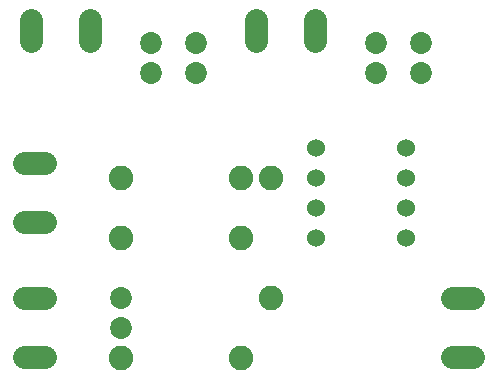
<source format=gbs>
G75*
%MOIN*%
%OFA0B0*%
%FSLAX24Y24*%
%IPPOS*%
%LPD*%
%AMOC8*
5,1,8,0,0,1.08239X$1,22.5*
%
%ADD10C,0.0600*%
%ADD11C,0.0820*%
%ADD12C,0.0730*%
%ADD13C,0.0780*%
D10*
X019333Y010000D03*
X019333Y011000D03*
X019333Y012000D03*
X019333Y013000D03*
X022333Y013000D03*
X022333Y012000D03*
X022333Y011000D03*
X022333Y010000D03*
D11*
X017833Y008000D03*
X016833Y006000D03*
X012833Y006000D03*
X012833Y010000D03*
X012833Y012000D03*
X016833Y012000D03*
X017833Y012000D03*
X016833Y010000D03*
D12*
X012833Y008000D03*
X012833Y007000D03*
X013833Y015500D03*
X013833Y016500D03*
X015333Y016500D03*
X015333Y015500D03*
X021333Y015500D03*
X022833Y015500D03*
X022833Y016500D03*
X021333Y016500D03*
D13*
X010290Y006016D02*
X009590Y006016D01*
X009590Y007984D02*
X010290Y007984D01*
X010290Y010516D02*
X009590Y010516D01*
X009590Y012484D02*
X010290Y012484D01*
X009849Y016544D02*
X009849Y017244D01*
X011818Y017244D02*
X011818Y016544D01*
X017349Y016544D02*
X017349Y017244D01*
X019318Y017244D02*
X019318Y016544D01*
X023877Y007984D02*
X024577Y007984D01*
X024577Y006016D02*
X023877Y006016D01*
M02*

</source>
